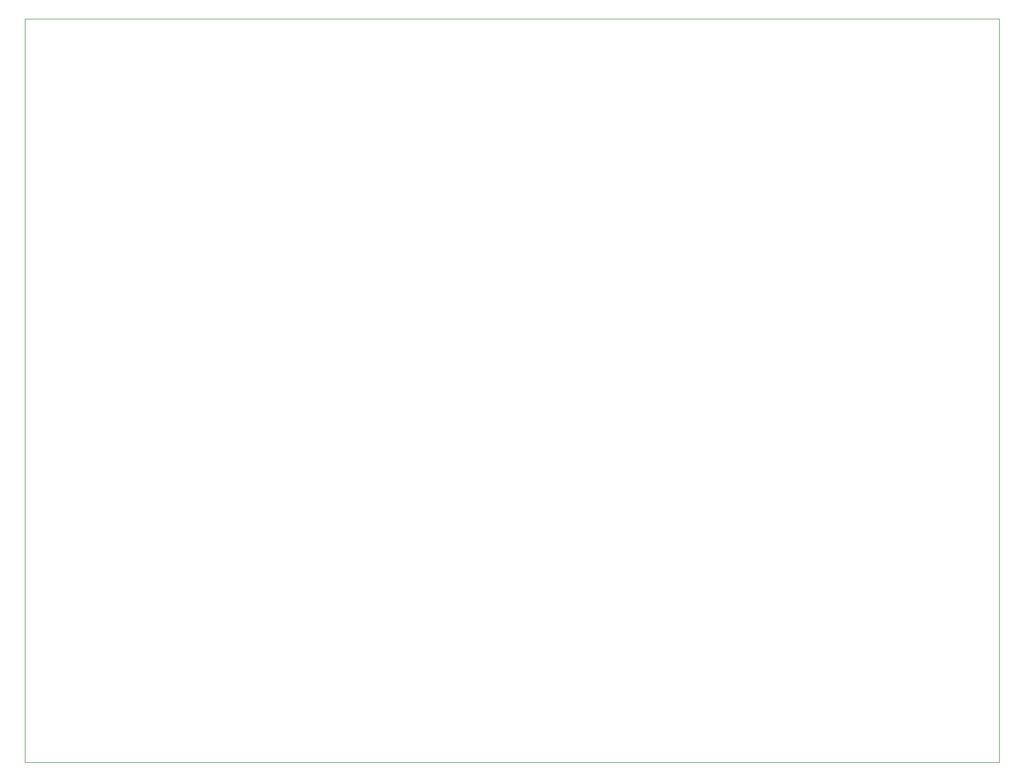
<source format=gbr>
%TF.GenerationSoftware,KiCad,Pcbnew,7.0.9*%
%TF.CreationDate,2023-11-28T19:04:43+01:00*%
%TF.ProjectId,z80,7a38302e-6b69-4636-9164-5f7063625858,1.0*%
%TF.SameCoordinates,Original*%
%TF.FileFunction,Profile,NP*%
%FSLAX46Y46*%
G04 Gerber Fmt 4.6, Leading zero omitted, Abs format (unit mm)*
G04 Created by KiCad (PCBNEW 7.0.9) date 2023-11-28 19:04:43*
%MOMM*%
%LPD*%
G01*
G04 APERTURE LIST*
%TA.AperFunction,Profile*%
%ADD10C,0.100000*%
%TD*%
G04 APERTURE END LIST*
D10*
X86360000Y-27940000D02*
X235585000Y-27940000D01*
X235585000Y-141859000D01*
X86360000Y-141859000D01*
X86360000Y-27940000D01*
M02*

</source>
